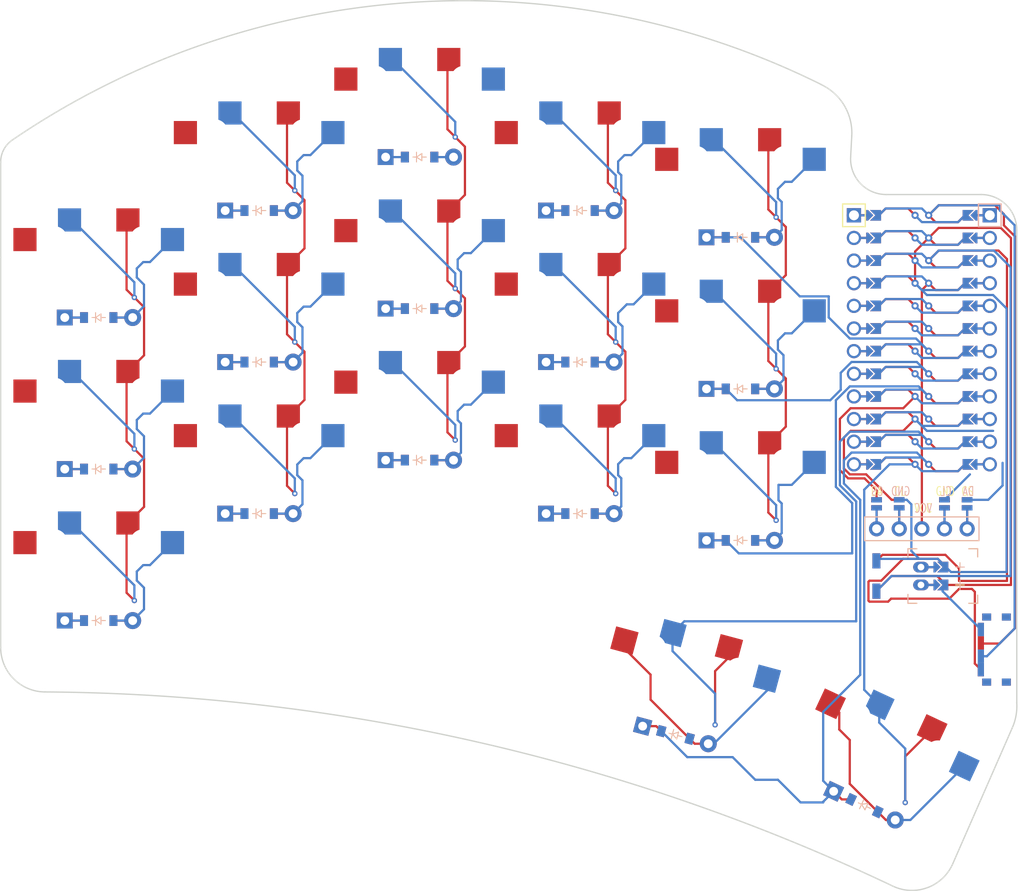
<source format=kicad_pcb>
(kicad_pcb (version 20211014) (generator pcbnew)
  (title_block (title "3x5_2") (rev "v1.0.0") (company "Unknown"))
  (layers (0 "F.Cu" signal) (31 "B.Cu" signal) (34 "B.Paste" user) (35 "F.Paste" user) (36 "B.SilkS" user "B.Silkscreen") (37 "F.SilkS" user "F.Silkscreen") (38 "B.Mask" user) (39 "F.Mask" user) (44 "Edge.Cuts" user))
  (net 0 "")
  (net 1 "P21")
  (net 2 "pinky_bot")
  (net 3 "pinky_mid")
  (net 4 "pinky_top")
  (net 5 "P2")
  (net 6 "ring_bot")
  (net 7 "ring_mid")
  (net 8 "ring_top")
  (net 9 "P3")
  (net 10 "middle_bot")
  (net 11 "middle_mid")
  (net 12 "middle_top")
  (net 13 "P4")
  (net 14 "index_bot")
  (net 15 "index_mid")
  (net 16 "index_top")
  (net 17 "P5")
  (net 18 "inner_bot")
  (net 19 "inner_mid")
  (net 20 "inner_top")
  (net 21 "P16")
  (net 22 "out_home")
  (net 23 "P9")
  (net 24 "in_home")
  (net 25 "P15")
  (net 26 "P18")
  (net 27 "P19")
  (net 28 "P10")
  (net 29 "RAW")
  (net 30 "GND")
  (net 31 "RST")
  (net 32 "VCC")
  (net 33 "P20")
  (net 34 "P14")
  (net 35 "P1")
  (net 36 "P0")
  (net 37 "P6")
  (net 38 "P7")
  (net 39 "P8")
  (net 40 "CS")
  (net 41 "DISP1_1")
  (net 42 "DISP1_2")
  (net 43 "DISP1_4")
  (net 44 "DISP1_5")
  (net 45 "pos")
  (net 46 "JST1_1")
  (net 47 "JST1_2")
  (footprint "VIA-0.6mm" (layer "F.Cu") (at 40 -32.25)
    (fp_text reference "REF**" hide)
    (fp_text value "VIA-0.6mm" hide)
  )
  (footprint "ComboDiode" (layer "F.Cu") (at 0 5)
    (fp_text reference "D1" hide)
    (fp_text value "" hide)
  )
  (footprint "ComboDiode" (layer "F.Cu") (at 85.90723 25.761238 -25)
    (fp_text reference "D17" hide)
    (fp_text value "" hide)
  )
  (footprint "ComboDiode" (layer "F.Cu") (at 36 -13)
    (fp_text reference "D7" hide)
    (fp_text value "" hide)
  )
  (footprint "PG1350" (layer "F.Cu") (at 0 -17)
    (fp_text reference "S2" hide)
    (fp_text value "" hide)
  )
  (footprint "PG1350" (layer "F.Cu") (at 54 -29)
    (fp_text reference "S11" hide)
    (fp_text value "" hide)
  )
  (footprint "Button_Switch_SMD:SW_SPDT_PCM12" (layer "F.Cu") (at 100.4 8.25 90)
    (fp_text reference "")
    (fp_text value "")
  )
  (footprint "PG1350" (layer "F.Cu") (at 66 13 -15)
    (fp_text reference "S16" hide)
    (fp_text value "" hide)
  )
  (footprint "JST_PH_S2B-PH-K" (layer "F.Cu") (at 92.25 0 90)
    (fp_text reference "JST1" hide)
    (fp_text value "")
  )
  (footprint "nice!view" (layer "F.Cu") (at 92.35 -22)
    (fp_text reference "DISP1" hide)
    (fp_text value "")
  )
  (footprint "ComboDiode" (layer "F.Cu") (at 72 -38)
    (fp_text reference "D15" hide)
    (fp_text value "" hide)
  )
  (footprint "PG1350" (layer "F.Cu") (at 72 -9)
    (fp_text reference "S13" hide)
    (fp_text value "" hide)
  )
  (footprint "ComboDiode" (layer "F.Cu") (at 18 -41)
    (fp_text reference "D6" hide)
    (fp_text value "" hide)
  )
  (footprint "PG1350" (layer "F.Cu") (at 18 -46)
    (fp_text reference "S6" hide)
    (fp_text value "" hide)
  )
  (footprint "ComboDiode" (layer "F.Cu") (at 0 -12)
    (fp_text reference "D2" hide)
    (fp_text value "" hide)
  )
  (footprint "PG1350" (layer "F.Cu") (at 36 -35)
    (fp_text reference "S8" hide)
    (fp_text value "" hide)
  )
  (footprint "VIA-0.6mm" (layer "F.Cu") (at 58 -26.25)
    (fp_text reference "REF**" hide)
    (fp_text value "VIA-0.6mm" hide)
  )
  (footprint "VIA-0.6mm" (layer "F.Cu") (at 4 -31.25)
    (fp_text reference "REF**" hide)
    (fp_text value "VIA-0.6mm" hide)
  )
  (footprint "VIA-0.6mm" (layer "F.Cu") (at 76 -23.25)
    (fp_text reference "REF**" hide)
    (fp_text value "VIA-0.6mm" hide)
  )
  (footprint "PG1350" (layer "F.Cu") (at 0 -34)
    (fp_text reference "S3" hide)
    (fp_text value "" hide)
  )
  (footprint "PG1350" (layer "F.Cu") (at 18 -12)
    (fp_text reference "S4" hide)
    (fp_text value "" hide)
  )
  (footprint "PG1350" (layer "F.Cu") (at 54 -12)
    (fp_text reference "S10" hide)
    (fp_text value "" hide)
  )
  (footprint "PG1350" (layer "F.Cu") (at 36 -18)
    (fp_text reference "S7" hide)
    (fp_text value "" hide)
  )
  (footprint "ComboDiode" (layer "F.Cu") (at 64.705905 17.829629 -15)
    (fp_text reference "D16" hide)
    (fp_text value "" hide)
  )
  (footprint "VIA-0.6mm" (layer "F.Cu") (at 58 -9.25)
    (fp_text reference "REF**" hide)
    (fp_text value "VIA-0.6mm" hide)
  )
  (footprint "PG1350" (layer "F.Cu") (at 18 -29)
    (fp_text reference "S5" hide)
    (fp_text value "" hide)
  )
  (footprint "VIA-0.6mm" (layer "F.Cu") (at 40 -49.25)
    (fp_text reference "REF**" hide)
    (fp_text value "VIA-0.6mm" hide)
  )
  (footprint "PG1350" (layer "F.Cu") (at 0 0)
    (fp_text reference "S1" hide)
    (fp_text value "" hide)
  )
  (footprint "ComboDiode" (layer "F.Cu") (at 72 -21)
    (fp_text reference "D14" hide)
    (fp_text value "" hide)
  )
  (footprint "ProMicro" (layer "F.Cu") (at 92.35 -26.5 -90)
    (fp_text reference "MCU1" hide)
    (fp_text value "")
  )
  (footprint "VIA-0.6mm" (layer "F.Cu") (at 76 -6.25)
    (fp_text reference "REF**" hide)
    (fp_text value "VIA-0.6mm" hide)
  )
  (footprint "ComboDiode" (layer "F.Cu") (at 18 -7)
    (fp_text reference "D4" hide)
    (fp_text value "" hide)
  )
  (footprint "VIA-0.6mm" (layer "F.Cu") (at 4 -14.25)
    (fp_text reference "REF**" hide)
    (fp_text value "VIA-0.6mm" hide)
  )
  (footprint "ComboDiode" (layer "F.Cu") (at 36 -30)
    (fp_text reference "D8" hide)
    (fp_text value "" hide)
  )
  (footprint "ComboDiode" (layer "F.Cu") (at 18 -24)
    (fp_text reference "D5" hide)
    (fp_text value "" hide)
  )
  (footprint "PG1350" (layer "F.Cu") (at 72 -43)
    (fp_text reference "S15" hide)
    (fp_text value "" hide)
  )
  (footprint "ComboDiode" (layer "F.Cu") (at 0 -29)
    (fp_text reference "D3" hide)
    (fp_text value "" hide)
  )
  (footprint "VIA-0.6mm" (layer "F.Cu") (at 58 -43.25)
    (fp_text reference "REF**" hide)
    (fp_text value "VIA-0.6mm" hide)
  )
  (footprint "PG1350" (layer "F.Cu") (at 72 -26)
    (fp_text reference "S14" hide)
    (fp_text value "" hide)
  )
  (footprint "ComboDiode" (layer "F.Cu") (at 54 -24)
    (fp_text reference "D11" hide)
    (fp_text value "" hide)
  )
  (footprint "VIA-0.6mm" (layer "F.Cu") (at 69.151951 16.691572 -15)
    (fp_text reference "REF**" hide)
    (fp_text value "VIA-0.6mm" hide)
  )
  (footprint "ComboDiode" (layer "F.Cu") (at 54 -41)
    (fp_text reference "D12" hide)
    (fp_text value "" hide)
  )
  (footprint "Button_Switch_SMD:SW_SPST_B3U-1000P" (layer "F.Cu") (at 87.25 0 90)
    (fp_text reference "")
    (fp_text value "")
  )
  (footprint "PG1350" (layer "F.Cu") (at 54 -46)
    (fp_text reference "S12" hide)
    (fp_text value "" hide)
  )
  (footprint "VIA-0.6mm" (layer "F.Cu") (at 40 -15.25)
    (fp_text reference "REF**" hide)
    (fp_text value "VIA-0.6mm" hide)
  )
  (footprint "VIA-0.6mm" (layer "F.Cu") (at 22 -9.25)
    (fp_text reference "REF**" hide)
    (fp_text value "VIA-0.6mm" hide)
  )
  (footprint "PG1350" (layer "F.Cu") (at 36 -52)
    (fp_text reference "S9" hide)
    (fp_text value "" hide)
  )
  (footprint "VIA-0.6mm" (layer "F.Cu") (at 4 2.75)
    (fp_text reference "REF**" hide)
    (fp_text value "VIA-0.6mm" hide)
  )
  (footprint "VIA-0.6mm" (layer "F.Cu") (at 22 -43.25)
    (fp_text reference "REF**" hide)
    (fp_text value "VIA-0.6mm" hide)
  )
  (footprint "ComboDiode" (layer "F.Cu") (at 36 -47)
    (fp_text reference "D9" hide)
    (fp_text value "" hide)
  )
  (footprint "VIA-0.6mm" (layer "F.Cu") (at 76 -40.25)
    (fp_text reference "REF**" hide)
    (fp_text value "VIA-0.6mm" hide)
  )
  (footprint "ComboDiode" (layer "F.Cu") (at 54 -7)
    (fp_text reference "D10" hide)
    (fp_text value "" hide)
  )
  (footprint "VIA-0.6mm" (layer "F.Cu") (at 22 -26.25)
    (fp_text reference "REF**" hide)
    (fp_text value "VIA-0.6mm" hide)
  )
  (footprint "ComboDiode" (layer "F.Cu") (at 72 -4)
    (fp_text reference "D13" hide)
    (fp_text value "" hide)
  )
  (footprint "PG1350" (layer "F.Cu") (at 88.020322 21.229699 -25)
    (fp_text reference "S17" hide)
    (fp_text value "" hide)
  )
  (footprint "VIA-0.6mm" (layer "F.Cu") (at 90.483352 25.412518 -25)
    (fp_text reference "REF**" hide)
    (fp_text value "VIA-0.6mm" hide)
  )
  (gr_line (start 102.994991 14.2) (end 103 14.2) (layer "Edge.Cuts") (width 0.15))
  (gr_arc (start 88.35366 -42.8) (mid 85.45005 -44.04881) (end 84.359468 -47.015476) (layer "Edge.Cuts") (width 0.15))
  (gr_arc (start 99 -42.8) (mid 101.828427 -41.628427) (end 103 -38.8) (layer "Edge.Cuts") (width 0.15))
  (gr_arc (start 81 -55.160295) (mid 83.632356 -52.809022) (end 84.487274 -49.384567) (layer "Edge.Cuts") (width 0.15))
  (gr_arc (start -6.032608 13.004785) (mid 42.725452 18.677397) (end 89.093001 34.788799) (layer "Edge.Cuts") (width 0.15))
  (gr_line (start 88.35366 -42.8) (end 99 -42.8) (layer "Edge.Cuts") (width 0.15))
  (gr_arc (start -11 -46.438803) (mid -10.65226 -47.840772) (end -9.689655 -48.917727) (layer "Edge.Cuts") (width 0.15))
  (gr_arc (start -9.689655 -48.917727) (mid 34.807426 -64.336703) (end 81 -55.172577) (layer "Edge.Cuts") (width 0.15))
  (gr_arc (start 102.994991 14.2) (mid 102.919111 15.633643) (end 102.504833 17.00822) (layer "Edge.Cuts") (width 0.15))
  (gr_line (start 102.504833 17.00822) (end 95.819813 32.278197) (layer "Edge.Cuts") (width 0.15))
  (gr_arc (start -6.032609 13.004785) (mid -9.547044 11.528877) (end -11 8.004891) (layer "Edge.Cuts") (width 0.15))
  (gr_arc (start 95.819814 32.278197) (mid 92.98783 34.957371) (end 89.093001 34.788799) (layer "Edge.Cuts") (width 0.15))
  (gr_line (start 81 -55.160294) (end 81 -55.172578) (layer "Edge.Cuts") (width 0.15))
  (gr_line (start 84.487274 -49.384567) (end 84.359468 -47.015476) (layer "Edge.Cuts") (width 0.15))
  (gr_line (start -11 -35.75) (end -11 -46.438803) (layer "Edge.Cuts") (width 0.15))
  (gr_line (start -11 8.004891) (end -11 -35.75) (layer "Edge.Cuts") (width 0.15))
  (gr_line (start 103 14.2) (end 103 -38.8) (layer "Edge.Cuts") (width 0.15))
  (segment (start 5.0875 -13.1625) (end 5.0875 -7.7625) (width 0.25) (layer "F.Cu") (net 1))
  (segment (start 4 -14.25) (end 5.0875 -13.1625) (width 0.25) (layer "F.Cu") (net 1))
  (segment (start 3.124999 -15.125001) (end 3.124999 -22.799999) (width 0.25) (layer "F.Cu") (net 1))
  (segment (start 5.0875 -7.7625) (end 3.275 -5.95) (width 0.25) (layer "F.Cu") (net 1))
  (segment (start 4 -14.25) (end 3.124999 -15.125001) (width 0.25) (layer "F.Cu") (net 1))
  (segment (start 5.0875 -30.1625) (end 5.0875 -24.7625) (width 0.25) (layer "F.Cu") (net 1))
  (segment (start 3.124999 1.874999) (end 3.124999 -5.799999) (width 0.25) (layer "F.Cu") (net 1))
  (segment (start 5.0875 -24.7625) (end 3.275 -22.95) (width 0.25) (layer "F.Cu") (net 1))
  (segment (start 3.124999 -22.799999) (end 3.275 -22.95) (width 0.25) (layer "F.Cu") (net 1))
  (segment (start 4 -31.25) (end 5.0875 -30.1625) (width 0.25) (layer "F.Cu") (net 1))
  (segment (start 3.124999 -32.125001) (end 3.124999 -39.799999) (width 0.25) (layer "F.Cu") (net 1))
  (segment (start 3.124999 -39.799999) (end 3.275 -39.95) (width 0.25) (layer "F.Cu") (net 1))
  (segment (start 3.124999 -5.799999) (end 3.275 -5.95) (width 0.25) (layer "F.Cu") (net 1))
  (segment (start 4 2.75) (end 3.124999 1.874999) (width 0.25) (layer "F.Cu") (net 1))
  (segment (start 4 -31.25) (end 3.124999 -32.125001) (width 0.25) (layer "F.Cu") (net 1))
  (segment (start -2.994999 -39.95) (end 4 -32.955001) (width 0.25) (layer "B.Cu") (net 1))
  (segment (start -2.994999 -22.95) (end 4 -15.955001) (width 0.25) (layer "B.Cu") (net 1))
  (segment (start 4 -15.955001) (end 4 -14.25) (width 0.25) (layer "B.Cu") (net 1))
  (segment (start -3.275 -39.95) (end -2.994999 -39.95) (width 0.25) (layer "B.Cu") (net 1))
  (segment (start 4 -32.955001) (end 4 -31.25) (width 0.25) (layer "B.Cu") (net 1))
  (segment (start -3.275 -5.95) (end -2.994999 -5.95) (width 0.25) (layer "B.Cu") (net 1))
  (segment (start -3.275 -22.95) (end -2.994999 -22.95) (width 0.25) (layer "B.Cu") (net 1))
  (segment (start 4 1.044999) (end 4 2.75) (width 0.25) (layer "B.Cu") (net 1))
  (segment (start -2.994999 -5.95) (end 4 1.044999) (width 0.25) (layer "B.Cu") (net 1))
  (segment (start 1.65 5) (end 3.81 5) (width 0.25) (layer "F.Cu") (net 2))
  (segment (start 5.08 1.313686) (end 5.08 3.73) (width 0.25) (layer "B.Cu") (net 2))
  (segment (start 5.08 3.73) (end 3.81 5) (width 0.25) (layer "B.Cu") (net 2))
  (segment (start 4.992215 -1.225901) (end 4.274099 -0.507785) (width 0.25) (layer "B.Cu") (net 2))
  (segment (start 8.275 -3.75) (end 5.750901 -1.225901) (width 0.25) (layer "B.Cu") (net 2))
  (segment (start 5.750901 -1.225901) (end 4.992215 -1.225901) (width 0.25) (layer "B.Cu") (net 2))
  (segment (start 3.81 5) (end 1.65 5) (width 0.25) (layer "B.Cu") (net 2))
  (segment (start 4.274099 -0.507785) (end 4.274099 0.507785) (width 0.25) (layer "B.Cu") (net 2))
  (segment (start 4.274099 0.507785) (end 5.08 1.313686) (width 0.25) (layer "B.Cu") (net 2))
  (segment (start 1.65 -12) (end 3.81 -12) (width 0.25) (layer "F.Cu") (net 3))
  (segment (start 5.08 -15.686314) (end 5.08 -13.27) (width 0.25) (layer "B.Cu") (net 3))
  (segment (start 3.81 -12) (end 1.65 -12) (width 0.25) (layer "B.Cu") (net 3))
  (segment (start 5.08 -13.27) (end 3.81 -12) (width 0.25) (layer "B.Cu") (net 3))
  (segment (start 5.750901 -18.225901) (end 4.992215 -18.225901) (width 0.25) (layer "B.Cu") (net 3))
  (segment (start 8.275 -20.75) (end 5.750901 -18.225901) (width 0.25) (layer "B.Cu") (net 3))
  (segment (start 4.274099 -17.507785) (end 4.274099 -16.492215) (width 0.25) (layer "B.Cu") (net 3))
  (segment (start 4.274099 -16.492215) (end 5.08 -15.686314) (width 0.25) (layer "B.Cu") (net 3))
  (segment (start 4.992215 -18.225901) (end 4.274099 -17.507785) (width 0.25) (layer "B.Cu") (net 3))
  (segment (start 1.65 -29) (end 3.81 -29) (width 0.25) (layer "F.Cu") (net 4))
  (segment (start 5.08 -32.686314) (end 5.08 -30.27) (width 0.25) (layer "B.Cu") (net 4))
  (segment (start 8.275 -37.75) (end 5.750901 -35.225901) (width 0.25) (layer "B.Cu") (net 4))
  (segment (start 4.274099 -34.507785) (end 4.274099 -33.492215) (width 0.25) (layer "B.Cu") (net 4))
  (segment (start 5.750901 -35.225901) (end 4.992215 -35.225901) (width 0.25) (layer "B.Cu") (net 4))
  (segment (start 4.274099 -33.492215) (end 5.08 -32.686314) (width 0.25) (layer "B.Cu") (net 4))
  (segment (start 5.08 -30.27) (end 3.81 -29) (width 0.25) (layer "B.Cu") (net 4))
  (segment (start 3.81 -29) (end 1.65 -29) (width 0.25) (layer "B.Cu") (net 4))
  (segment (start 4.992215 -35.225901) (end 4.274099 -34.507785) (width 0.25) (layer "B.Cu") (net 4))
  (segment (start 22 -43.25) (end 21.124999 -44.125001) (width 0.25) (layer "F.Cu") (net 5))
  (segment (start 22 -9.25) (end 21.124999 -10.125001) (width 0.25) (layer "F.Cu") (net 5))
  (segment (start 22 -26.25) (end 23.0875 -25.1625) (width 0.25) (layer "F.Cu") (net 5))
  (segment (start 21.124999 -27.125001) (end 21.124999 -34.799999) (width 0.25) (layer "F.Cu") (net 5))
  (segment (start 23.0875 -25.1625) (end 23.0875 -19.7625) (width 0.25) (layer "F.Cu") (net 5))
  (segment (start 22 -43.25) (end 23.0875 -42.1625) (width 0.25) (layer "F.Cu") (net 5))
  (segment (start 21.124999 -51.799999) (end 21.275 -51.95) (width 0.25) (layer "F.Cu") (net 5))
  (segment (start 21.124999 -44.125001) (end 21.124999 -51.799999) (width 0.25) (layer "F.Cu") (net 5))
  (segment (start 23.0875 -19.7625) (end 21.275 -17.95) (width 0.25) (layer "F.Cu") (net 5))
  (segment (start 21.124999 -17.799999) (end 21.275 -17.95) (width 0.25) (layer "F.Cu") (net 5))
  (segment (start 21.124999 -10.125001) (end 21.124999 -17.799999) (width 0.25) (layer "F.Cu") (net 5))
  (segment (start 22 -26.25) (end 21.124999 -27.125001) (width 0.25) (layer "F.Cu") (net 5))
  (segment (start 23.0875 -36.7625) (end 21.275 -34.95) (width 0.25) (layer "F.Cu") (net 5))
  (segment (start 23.0875 -42.1625) (end 23.0875 -36.7625) (width 0.25) (layer "F.Cu") (net 5))
  (segment (start 21.124999 -34.799999) (end 21.275 -34.95) (width 0.25) (layer "F.Cu") (net 5))
  (segment (start 15.005001 -17.95) (end 22 -10.955001) (width 0.25) (layer "B.Cu") (net 5))
  (segment (start 22 -10.955001) (end 22 -9.25) (width 0.25) (layer "B.Cu") (net 5))
  (segment (start 14.725 -51.95) (end 15.005001 -51.95) (width 0.25) (layer "B.Cu") (net 5))
  (segment (start 22 -27.955001) (end 22 -26.25) (width 0.25) (layer "B.Cu") (net 5))
  (segment (start 15.005001 -51.95) (end 22 -44.955001) (width 0.25) (layer "B.Cu") (net 5))
  (segment (start 15.005001 -34.95) (end 22 -27.955001) (width 0.25) (layer "B.Cu") (net 5))
  (segment (start 22 -44.955001) (end 22 -43.25) (width 0.25) (layer "B.Cu") (net 5))
  (segment (start 14.725 -17.95) (end 15.005001 -17.95) (width 0.25) (layer "B.Cu") (net 5))
  (segment (start 14.725 -34.95) (end 15.005001 -34.95) (width 0.25) (layer "B.Cu") (net 5))
  (segment (start 19.65 -7) (end 21.81 -7) (width 0.25) (layer "F.Cu") (net 6))
  (segment (start 23.750901 -13.225901) (end 22.992215 -13.225901) (width 0.25) (layer "B.Cu") (net 6))
  (segment (start 26.275 -15.75) (end 23.750901 -13.225901) (width 0.25) (layer "B.Cu") (net 6))
  (segment (start 22.992215 -13.225901) (end 22.274099 -12.507785) (width 0.25) (layer "B.Cu") (net 6))
  (segment (start 22.274099 -12.507785) (end 22.274099 -11.317298) (width 0.25) (layer "B.Cu") (net 6))
  (segment (start 22.86 -8.05) (end 21.81 -7) (width 0.25) (layer "B.Cu") (net 6))
  (segment (start 22.86 -10.731397) (end 22.86 -8.05) (width 0.25) (layer "B.Cu") (net 6))
  (segment (start 21.81 -7) (end 19.65 -7) (width 0.25) (layer "B.Cu") (net 6))
  (segment (start 22.274099 -11.317298) (end 22.86 -10.731397) (width 0.25) (layer "B.Cu") (net 6))
  (segment (start 19.65 -24) (end 21.81 -24) (width 0.25) (layer "F.Cu") (net 7))
  (segment (start 26.275 -32.75) (end 23.750901 -30.225901) (width 0.25) (layer "B.Cu") (net 7))
  (segment (start 21.81 -24) (end 19.65 -24) (width 0.25) (layer "B.Cu") (net 7))
  (segment (start 22.992215 -30.225901) (end 22.274099 -29.507785) (width 0.25) (layer "B.Cu") (net 7))
  (segment (start 22.274099 -29.507785) (end 22.274099 -28.492215) (width 0.25) (layer "B.Cu") (net 7))
  (segment (start 22.86 -25.05) (end 21.81 -24) (width 0.25) (layer "B.Cu") (net 7))
  (segment (start 22.274099 -28.492215) (end 22.86 -27.906314) (width 0.25) (layer "B.Cu") (net 7))
  (segment (start 22.86 -27.906314) (end 22.86 -25.05) (width 0.25) (layer "B.Cu") (net 7))
  (segment (start 23.750901 -30.225901) (end 22.992215 -30.225901) (width 0.25) (layer "B.Cu") (net 7))
  (segment (start 19.65 -41) (end 21.81 -41) (width 0.25) (layer "F.Cu") (net 8))
  (segment (start 22.86 -42.05) (end 21.81 -41) (width 0.25) (layer "B.Cu") (net 8))
  (segment (start 23.750901 -47.225901) (end 22.992215 -47.225901) (width 0.25) (layer "B.Cu") (net 8))
  (segment (start 22.86 -44.906314) (end 22.86 -42.05) (width 0.25) (layer "B.Cu") (net 8))
  (segment (start 22.274099 -45.492215) (end 22.86 -44.906314) (width 0.25) (layer "B.Cu") (net 8))
  (segment (start 22.992215 -47.225901) (end 22.274099 -46.507785) (width 0.25) (layer "B.Cu") (net 8))
  (segment (start 21.81 -41) (end 19.65 -41) (width 0.25) (layer "B.Cu") (net 8))
  (segment (start 22.274099 -46.507785) (end 22.274099 -45.492215) (width 0.25) (layer "B.Cu") (net 8))
  (segment (start 26.275 -49.75) (end 23.750901 -47.225901) (width 0.25) (layer "B.Cu") (net 8))
  (segment (start 39.124999 -23.799999) (end 39.275 -23.95) (width 0.25) (layer "F.Cu") (net 9))
  (segment (start 41.0875 -25.7625) (end 39.275 -23.95) (width 0.25) (layer "F.Cu") (net 9))
  (segment (start 39.124999 -33.125001) (end 39.124999 -40.799999) (width 0.25) (layer "F.Cu") (net 9))
  (segment (start 41.0875 -31.1625) (end 41.0875 -25.7625) (width 0.25) (layer "F.Cu") (net 9))
  (segment (start 40 -49.25) (end 39.124999 -50.125001) (width 0.25) (layer "F.Cu") (net 9))
  (segment (start 39.124999 -50.125001) (end 39.124999 -57.799999) (width 0.25) (layer "F.Cu") (net 9))
  (segment (start 41.0875 -42.7625) (end 39.275 -40.95) (width 0.25) (layer "F.Cu") (net 9))
  (segment (start 39.124999 -40.799999) (end 39.275 -40.95) (width 0.25) (layer "F.Cu") (net 9))
  (segment (start 40 -32.25) (end 41.0875 -31.1625) (width 0.25) (layer "F.Cu") (net 9))
  (segment (start 39.124999 -16.125001) (end 39.124999 -23.799999) (width 0.25) (layer "F.Cu") (net 9))
  (segment (start 40 -15.25) (end 39.124999 -16.125001) (width 0.25) (layer "F.Cu") (net 9))
  (segment (start 39.124999 -57.799999) (end 39.275 -57.95) (width 0.25) (layer "F.Cu") (net 9))
  (segment (start 41.0875 -48.1625) (end 41.0875 -42.7625) (width 0.25) (layer "F.Cu") (net 9))
  (segment (start 40 -49.25) (end 41.0875 -48.1625) (width 0.25) (layer "F.Cu") (net 9))
  (segment (start 40 -32.25) (end 39.124999 -33.125001) (width 0.25) (layer "F.Cu") (net 9))
  (segment (start 33.005001 -57.95) (end 40 -50.955001) (width 0.25) (layer "B.Cu") (net 9))
  (segment (start 33.005001 -40.95) (end 40 -33.955001) (width 0.25) (layer "B.Cu") (net 9))
  (segment (start 32.725 -57.95) (end 33.005001 -57.95) (width 0.25) (layer "B.Cu") (net 9))
  (segment (start 40 -16.955001) (end 40 -15.25) (width 0.25) (layer "B.Cu") (net 9))
  (segment (start 32.725 -40.95) (end 33.005001 -40.95) (width 0.25) (layer "B.Cu") (net 9))
  (segment (start 33.005001 -23.95) (end 40 -16.955001) (width 0.25) (layer "B.Cu") (net 9))
  (segment (start 40 -50.955001) (end 40 -49.25) (width 0.25) (layer "B.Cu") (net 9))
  (segment (start 32.725 -23.95) (end 33.005001 -23.95) (width 0.25) (layer "B.Cu") (net 9))
  (segment (start 40 -33.955001) (end 40 -32.25) (width 0.25) (layer "B.Cu") (net 9))
  (segment (start 37.65 -13) (end 39.81 -13) (width 0.25) (layer "F.Cu") (net 10))
  (segment (start 40.274099 -17.492215) (end 40.64 -17.126314) (width 0.25) (layer "B.Cu") (net 10))
  (segment (start 40.992215 -19.225901) (end 40.274099 -18.507785) (width 0.25) (layer "B.Cu") (net 10))
  (segment (start 39.81 -13) (end 37.65 -13) (width 0.25) (layer "B.Cu") (net 10))
  (segment (start 44.275 -21.75) (end 41.750901 -19.225901) (width 0.25) (layer "B.Cu") (net 10))
  (segment (start 40.64 -13.83) (end 39.81 -13) (width 0.25) (layer "B.Cu") (net 10))
  (segment (start 41.750901 -19.225901) (end 40.992215 -19.225901) (width 0.25) (layer "B.Cu") (net 10))
  (segment (start 40.274099 -18.507785) (end 40.274099 -17.492215) (width 0.25) (layer "B.Cu") (net 10))
  (segment (start 40.64 -17.126314) (end 40.64 -13.83) (width 0.25) (layer "B.Cu") (net 10))
  (segment (start 37.65 -30) (end 39.81 -30) (width 0.25) (layer "F.Cu") (net 11))
  (segment (start 40.992215 -36.225901) (end 40.274099 -35.507785) (width 0.25) (layer "B.Cu") (net 11))
  (segment (start 40.274099 -34.492215) (end 40.64 -34.126314) (width 0.25) (layer "B.Cu") (net 11))
  (segment (start 40.64 -30.83) (end 39.81 -30) (width 0.25) (layer "B.Cu") (net 11))
  (segment (start 44.275 -38.75) (end 41.750901 -36.225901) (width 0.25) (layer "B.Cu") (net 11))
  (segment (start 41.750901 -36.225901) (end 40.992215 -36.225901) (width 0.25) (layer "B.Cu") (net 11))
  (segment (start 40.64 -34.126314) (end 40.64 -30.83) (width 0.25) (layer "B.Cu") (net 11))
  (segment (start 40.274099 -35.507785) (end 40.274099 -34.492215) (width 0.25) (layer "B.Cu") (net 11))
  (segment (start 39.81 -30) (end 37.65 -30) (width 0.25) (layer "B.Cu") (net 11))
  (segment (start 39.81 -47) (end 37.65 -47) (width 0.25) (layer "B.Cu") (net 12))
  (segment (start 59.0875 -36.7625) (end 57.275 -34.95) (width 0.25) (layer "F.Cu") (net 13))
  (segment (start 59.0875 -42.1625) (end 59.0875 -36.7625) (width 0.25) (layer "F.Cu") (net 13))
  (segment (start 58 -26.25) (end 57.124999 -27.125001) (width 0.25) (layer "F.Cu") (net 13))
  (segment (start 59.0875 -19.7625) (end 57.275 -17.95) (width 0.25) (layer "F.Cu") (net 13))
  (segment (start 57.124999 -44.125001) (end 57.124999 -51.799999) (width 0.25) (layer "F.Cu") (net 13))
  (segment (start 58 -9.25) (end 57.124999 -10.125001) (width 0.25) (layer "F.Cu") (net 13))
  (segment (start 57.124999 -34.799999) (end 57.275 -34.95) (width 0.25) (layer "F.Cu") (net 13))
  (segment (start 57.124999 -10.125001) (end 57.124999 -17.799999) (width 0.25) (layer "F.Cu") (net 13))
  (segment (start 58 -26.25) (end 59.0875 -25.1625) (width 0.25) (layer "F.Cu") (net 13))
  (segment (start 57.124999 -17.799999) (end 57.275 -17.95) (width 0.25) (layer "F.Cu") (net 13))
  (segment (start 57.124999 -51.799999) (end 57.275 -51.95) (width 0.25) (layer "F.Cu") (net 13))
  (segment (start 58 -43.25) (end 57.124999 -44.125001) (width 0.25) (layer "F.Cu") (net 13))
  (segment (start 57.124999 -27.125001) (end 57.124999 -34.799999) (width 0.25) (layer "F.Cu") (net 13))
  (segment (start 58 -43.25) (end 59.0875 -42.1625) (width 0.25) (layer "F.Cu") (net 13))
  (segment (start 59.0875 -25.1625) (end 59.0875 -19.7625) (width 0.25) (layer "F.Cu") (net 13))
  (segment (start 51.005001 -34.95) (end 58 -27.955001) (width 0.25) (layer "B.Cu") (net 13))
  (segment (start 51.005001 -17.95) (end 58 -10.955001) (width 0.25) (layer "B.Cu") (net 13))
  (segment (start 51.005001 -51.95) (end 58 -44.955001) (width 0.25) (layer "B.Cu") (net 13))
  (segment (start 58 -27.955001) (end 58 -26.25) (width 0.25) (layer "B.Cu") (net 13))
  (segment (start 50.725 -34.95) (end 51.005001 -34.95) (width 0.25) (layer "B.Cu") (net 13))
  (segment (start 50.725 -51.95) (end 51.005001 -51.95) (width 0.25) (layer "B.Cu") (net 13))
  (segment (start 50.725 -17.95) (end 51.005001 -17.95) (width 0.25) (layer "B.Cu") (net 13))
  (segment (start 58 -44.955001) (end 58 -43.25) (width 0.25) (layer "B.Cu") (net 13))
  (segment (start 58 -10.955001) (end 58 -9.25) (width 0.25) (layer "B.Cu") (net 13))
  (segment (start 55.65 -7) (end 57.81 -7) (width 0.25) (layer "F.Cu") (net 14))
  (segment (start 59.750901 -13.225901) (end 58.945901 -13.225901) (width 0.25) (layer "B.Cu") (net 14))
  (segment (start 58.945901 -13.225901) (end 58.274099 -12.554099) (width 0.25) (layer "B.Cu") (net 14))
  (segment (start 58.625 -10.966397) (end 58.625 -7.815) (width 0.25) (layer "B.Cu") (net 14))
  (segment (start 62.275 -15.75) (end 59.750901 -13.225901) (width 0.25) (layer "B.Cu") (net 14))
  (segment (start 58.274099 -12.554099) (end 58.274099 -11.317298) (width 0.25) (layer "B.Cu") (net 14))
  (segment (start 58.274099 -11.317298) (end 58.625 -10.966397) (width 0.25) (layer "B.Cu") (net 14))
  (segment (start 57.81 -7) (end 55.65 -7) (width 0.25) (layer "B.Cu") (net 14))
  (segment (start 58.625 -7.815) (end 57.81 -7) (width 0.25) (layer "B.Cu") (net 14))
  (segment (start 58.274099 -29.507785) (end 59.246314 -30.48) (width 0.25) (layer "B.Cu") (net 15))
  (segment (start 58.7625 -24.9525) (end 58.7625 -28.003814) (width 0.25) (layer "B.Cu") (net 15))
  (segment (start 58.274099 -28.492215) (end 58.274099 -29.507785) (width 0.25) (layer "B.Cu") (net 15))
  (segment (start 60.005 -30.48) (end 62.275 -32.75) (width 0.25) (layer "B.Cu") (net 15))
  (segment (start 57.81 -24) (end 55.65 -24) (width 0.25) (layer "B.Cu") (net 15))
  (segment (start 58.7625 -28.003814) (end 58.274099 -28.492215) (width 0.25) (layer "B.Cu") (net 15))
  (segment (start 57.81 -24) (end 58.7625 -24.9525) (width 0.25) (layer "B.Cu") (net 15))
  (segment (start 59.246314 -30.48) (end 60.005 -30.48) (width 0.25) (layer "B.Cu") (net 15))
  (segment (start 55.65 -41) (end 57.81 -41) (width 0.25) (layer "F.Cu") (net 16))
  (segment (start 59.750901 -47.225901) (end 58.992215 -47.225901) (width 0.25) (layer "B.Cu") (net 16))
  (segment (start 58.625 -41.815) (end 57.81 -41) (width 0.25) (layer "B.Cu") (net 16))
  (segment (start 58.625 -44.966397) (end 58.625 -41.815) (width 0.25) (layer "B.Cu") (net 16))
  (segment (start 58.274099 -45.317298) (end 58.625 -44.966397) (width 0.25) (layer "B.Cu") (net 16))
  (segment (start 58.274099 -46.507785) (end 58.274099 -45.317298) (width 0.25) (layer "B.Cu") (net 16))
  (segment (start 58.992215 -47.225901) (end 58.274099 -46.507785) (width 0.25) (layer "B.Cu") (net 16))
  (segment (start 57.81 -41) (end 55.65 -41) (width 0.25) (layer "B.Cu") (net 16))
  (segment (start 62.275 -49.75) (end 59.750901 -47.225901) (width 0.25) (layer "B.Cu") (net 16))
  (segment (start 75.124999 -24.125001) (end 75.124999 -31.799999) (width 0.25) (layer "F.Cu") (net 17))
  (segment (start 77.0875 -33.7625) (end 75.275 -31.95) (width 0.25) (layer "F.Cu") (net 17))
  (segment (start 75.124999 -41.125001) (end 75.124999 -48.799999) (width 0.25) (layer "F.Cu") (net 17))
  (segment (start 75.124999 -14.799999) (end 75.275 -14.95) (width 0.25) (layer "F.Cu") (net 17))
  (segment (start 77.0875 -16.7625) (end 75.275 -14.95) (width 0.25) (layer "F.Cu") (net 17))
  (segment (start 76 -23.25) (end 75.124999 -24.125001) (width 0.25) (layer "F.Cu") (net 17))
  (segment (start 77.0875 -22.1625) (end 77.0875 -16.7625) (width 0.25) (layer "F.Cu") (net 17))
  (segment (start 76 -23.25) (end 77.0875 -22.1625) (width 0.25) (layer "F.Cu") (net 17))
  (segment (start 76 -40.25) (end 75.124999 -41.125001) (width 0.25) (layer "F.Cu") (net 17))
  (segment (start 76 -6.25) (end 75.124999 -7.125001) (width 0.25) (layer "F.Cu") (net 17))
  (segment (start 75.124999 -7.125001) (end 75.124999 -14.799999) (width 0.25) (layer "F.Cu") (net 17))
  (segment (start 77.0875 -39.1625) (end 77.0875 -33.7625) (width 0.25) (layer "F.Cu") (net 17))
  (segment (start 75.124999 -48.799999) (end 75.275 -48.95) (width 0.25) (layer "F.Cu") (net 17))
  (segment (start 75.124999 -31.799999) (end 75.275 -31.95) (width 0.25) (layer "F.Cu") (net 17))
  (segment (start 76 -40.25) (end 77.0875 -39.1625) (width 0.25) (layer "F.Cu") (net 17))
  (segment (start 76 -24.955001) (end 76 -23.25) (width 0.25) (layer "B.Cu") (net 17))
  (segment (start 69.005001 -31.95) (end 76 -24.955001) (width 0.25) (layer "B.Cu") (net 17))
  (segment (start 68.725 -31.95) (end 69.005001 -31.95) (width 0.25) (layer "B.Cu") (net 17))
  (segment (start 76 -7.955001) (end 76 -6.25) (width 0.25) (layer "B.Cu") (net 17))
  (segment (start 68.725 -48.95) (end 69.005001 -48.95) (width 0.25) (layer "B.Cu") (net 17))
  (segment (start 68.725 -14.95) (end 69.005001 -14.95) (width 0.25) (layer "B.Cu") (net 17))
  (segment (start 69.005001 -14.95) (end 76 -7.955001) (width 0.25) (layer "B.Cu") (net 17))
  (segment (start 69.005001 -48.95) (end 76 -41.955001) (width 0.25) (layer "B.Cu") (net 17))
  (segment (start 76 -41.955001) (end 76 -40.25) (width 0.25) (layer "B.Cu") (net 17))
  (segment (start 75.81 -4) (end 73.65 -4) (width 0.25) (layer "F.Cu") (net 18))
  (segment (start 75.81 -4) (end 73.65 -4) (width 0.25) (layer "B.Cu") (net 18))
  (segment (start 76.625 -4.815) (end 75.81 -4) (width 0.25) (layer "B.Cu") (net 18))
  (segment (start 77.750901 -10.225901) (end 76.265901 -10.225901) (width 0.25) (layer "B.Cu") (net 18))
  (segment (start 76.625 -8.141314) (end 76.625 -4.815) (width 0.25) (layer "B.Cu") (net 18))
  (segment (start 76.265901 -8.500413) (end 76.625 -8.141314) (width 0.25) (layer "B.Cu") (net 18))
  (segment (start 76.265901 -10.225901) (end 76.265901 -8.500413) (width 0.25) (layer "B.Cu") (net 18))
  (segment (start 80.275 -12.75) (end 77.750901 -10.225901) (width 0.25) (layer "B.Cu") (net 18))
  (segment (start 73.65 -21) (end 75.81 -21) (width 0.25) (layer "F.Cu") (net 19))
  (segment (start 76.2 -25.4) (end 76.825901 -24.774099) (width 0.25) (layer "B.Cu") (net 19))
  (segment (start 76.825901 -22.015901) (end 75.81 -21) (width 0.25) (layer "B.Cu") (net 19))
  (segment (start 77.750901 -27.225901) (end 76.992215 -27.225901) (width 0.25) (layer "B.Cu") (net 19))
  (segment (start 76.825901 -24.774099) (end 76.825901 -22.015901) (width 0.25) (layer "B.Cu") (net 19))
  (segment (start 80.275 -29.75) (end 77.750901 -27.225901) (width 0.25) (layer "B.Cu") (net 19))
  (segment (start 76.2 -26.433686) (end 76.2 -25.4) (width 0.25) (layer "B.Cu") (net 19))
  (segment (start 75.81 -21) (end 73.65 -21) (width 0.25) (layer "B.Cu") (net 19))
  (segment (start 76.992215 -27.225901) (end 76.2 -26.433686) (width 0.25) (layer "B.Cu") (net 19))
  (segment (start 73.65 -38) (end 75.81 -38) (width 0.25) (layer "F.Cu") (net 20))
  (segment (start 76.625 -41.966397) (end 76.625 -38.815) (width 0.25) (layer "B.Cu") (net 20))
  (segment (start 75.81 -38) (end 73.65 -38) (width 0.25) (layer "B.Cu") (net 20))
  (segment (start 77.750901 -44.225901) (end 76.992215 -44.225901) (width 0.25) (layer "B.Cu") (net 20))
  (segment (start 80.275 -46.75) (end 77.750901 -44.225901) (width 0.25) (layer "B.Cu") (net 20))
  (segment (start 76.2 -43.433686) (end 76.2 -42.391397) (width 0.25) (layer "B.Cu") (net 20))
  (segment (start 76.992215 -44.225901) (end 76.2 -43.433686) (width 0.25) (layer "B.Cu") (net 20))
  (segment (start 76.625 -38.815) (end 75.81 -38) (width 0.25) (layer "B.Cu") (net 20))
  (segment (start 76.2 -42.391397) (end 76.625 -41.966397) (width 0.25) (layer "B.Cu") (net 20))
  (segment (start 70.70338 9.117042) (end 69.151951 10.668471) (width 0.25) (layer "F.Cu") (net 21))
  (segment (start 70.70338 8.100374) (end 70.70338 9.117042) (width 0.25) (layer "F.Cu") (net 21))
  (segment (start 69.151951 10.668471) (end 69.151951 16.691572) (width 0.25) (layer "F.Cu") (net 21))
  (segment (start 84.264009 -16.195) (end 91.987 -16.195) (width 0.25) (layer "B.Cu") (net 21))
  (segment (start 64.376566 8.421565) (end 69.151951 13.19695) (width 0.25) (layer "B.Cu") (net 21))
  (segment (start 65.701675 5.08) (end 84.983 5.08) (width 0.25) (layer "B.Cu") (net 21))
  (segment (start 64.376566 6.405109) (end 65.701675 5.08) (width 0.25) (layer "B.Cu") (net 21))
  (segment (start 84.983 5.08) (end 84.983 -8.360604) (width 0.25) (layer "B.Cu") (net 21))
  (segment (start 64.376566 6.405109) (end 64.376566 8.421565) (width 0.25) (layer "B.Cu") (net 21))
  (segment (start 83.155 -10.188604) (end 83.155 -15.085991) (width 0.25) (layer "B.Cu") (net 21))
  (segment (start 83.155 -15.085991) (end 84.264009 -16.195) (width 0.25) (layer "B.Cu") (net 21))
  (segment (start 84.983 -8.360604) (end 83.155 -10.188604) (width 0.25) (layer "B.Cu") (net 21))
  (segment (start 91.987 -16.195) (end 93.112 -15.07) (width 0.25) (layer "B.Cu") (net 21))
  (segment (start 69.151951 13.19695) (end 69.151951 16.691572) (width 0.25) (layer "B.Cu") (net 21))
  (segment (start 66.858733 18.81573) (end 66.299683 18.25668) (width 0.25) (layer "F.Cu") (net 22))
  (segment (start 68.386082 18.81573) (end 66.858733 18.81573) (width 0.25) (layer "F.Cu") (net 22))
  (segment (start 61.913309 13.870306) (end 61.913309 11.06871) (width 0.25) (layer "F.Cu") (net 22))
  (segment (start 61.913309 11.06871) (end 58.977535 8.132936) (width 0.25) (layer "F.Cu") (net 22))
  (segment (start 58.977535 8.132936) (end 58.977535 7.236051) (width 0.25) (layer "F.Cu") (net 22))
  (segment (start 66.299683 18.25668) (end 61.913309 13.870306) (width 0.25) (layer "F.Cu") (net 22))
  (segment (start 74.963608 11.519506) (end 74.963608 12.865365) (width 0.25) (layer "B.Cu") (net 22))
  (segment (start 69.013243 18.81573) (end 68.386082 18.81573) (width 0.25) (layer "B.Cu") (net 22))
  (segment (start 74.963608 12.865365) (end 69.013243 18.81573) (width 0.25) (layer "B.Cu") (net 22))
  (segment (start 90.483352 20.240949) (end 93.503059 17.221242) (width 0.25) (layer "F.Cu") (net 23))
  (segment (start 90.483352 25.412518) (end 90.483352 20.240949) (width 0.25) (layer "F.Cu") (net 23))
  (segment (start 87.566743 14.453093) (end 87.566743 16.446743) (width 0.25) (layer "B.Cu") (net 23))
  (segment (start 88.73 -12.53) (end 91.588 -12.53) (width 0.25) (layer "B.Cu") (net 23))
  (segment (start 87.566743 14.453093) (end 85.883 12.76935) (width 0.25) (layer "B.Cu") (net 23))
  (segment (start 90.483352 19.363352) (end 90.483352 25.412518) (width 0.25) (layer "B.Cu") (net 23))
  (segment (start 87.566743 16.446743) (end 90.483352 19.363352) (width 0.25) (layer "B.Cu") (net 23))
  (segment (start 85.883 12.76935) (end 85.883 -9.683) (width 0.25) (layer "B.Cu") (net 23))
  (segment (start 85.883 -9.683) (end 88.73 -12.53) (width 0.25) (layer "B.Cu") (net 23))
  (segment (start 82.105444 14.333879) (end 83.083677 15.312112) (width 0.25) (layer "F.Cu") (net 24))
  (segment (start 84.26153 23.31745) (end 87.402638 26.458558) (width 0.25) (layer "F.Cu") (net 24))
  (segment (start 89.360263 27.371414) (end 88.315494 27.371414) (width 0.25) (layer "F.Cu") (net 24))
  (segment (start 84.26153 18.397514) (end 84.26153 23.31745) (width 0.25) (layer "F.Cu") (net 24))
  (segment (start 83.083677 15.312112) (end 83.083677 17.219661) (width 0.25) (layer "F.Cu") (net 24))
  (segment (start 83.083677 17.219661) (end 84.26153 18.397514) (width 0.25) (layer "F.Cu") (net 24))
  (segment (start 88.315494 27.371414) (end 87.402638 26.458558) (width 0.25) (layer "F.Cu") (net 24))
  (segment (start 97.104837 21.328211) (end 91.061634 27.371414) (width 0.25) (layer "B.Cu") (net 24))
  (segment (start 91.061634 27.371414) (end 89.360263 27.371414) (width 0.25) (layer "B.Cu") (net 24))
  (segment (start 50.19 -7) (end 52.35 -7) (width 0.25) (layer "F.Cu") (net 25))
  (segment (start 32.19 -13) (end 34.35 -13) (width 0.25) (layer "F.Cu") (net 25))
  (segment (start 70.35 -4) (end 68.19 -4) (width 0.25) (layer "F.Cu") (net 25))
  (segment (start -3.81 5) (end -1.65 5) (width 0.25) (layer "F.Cu") (net 25))
  (segment (start 14.19 -7) (end 16.35 -7) (width 0.25) (layer "F.Cu") (net 25))
  (segment (start 70.35 -4) (end 68.19 -4) (width 0.25) (layer "B.Cu") (net 25))
  (segment (start 82.705 -10.002208) (end 84.533 -8.174208) (width 0.25) (layer "B.Cu") (net 25))
  (segment (start 84.533 -8.174208) (end 84.533 -2.54) (width 0.25) (layer "B.Cu") (net 25))
  (segment (start 93.112 -20.15) (end 91.987 -21.275) (width 0.25) (layer "B.Cu") (net 25))
  (segment (start 71.81 -2.54) (end 70.35 -4) (width 0.25) (layer "B.Cu") (net 25))
  (segment (start -1.65 5) (end -3.81 5) (width 0.25) (layer "B.Cu") (net 25))
  (segment (start 84.264009 -21.275) (end 82.705 -19.715991) (width 0.25) (layer "B.Cu") (net 25))
  (segment (start 84.533 -2.54) (end 71.81 -2.54) (width 0.25) (layer "B.Cu") (net 25))
  (segment (start 82.705 -19.715991) (end 82.705 -10.002208) (width 0.25) (layer "B.Cu") (net 25))
  (segment (start 91.987 -21.275) (end 84.264009 -21.275) (width 0.25) (layer "B.Cu") (net 25))
  (segment (start 16.35 -7) (end 14.19 -7) (width 0.25) (layer "B.Cu") (net 25))
  (segment (start 34.35 -13) (end 32.19 -13) (width 0.25) (layer "B.Cu") (net 25))
  (segment (start 52.35 -7) (end 50.19 -7) (width 0.25) (layer "B.Cu") (net 25))
  (segment (start -3.81 -12) (end -1.65 -12) (width 0.25) (layer "F.Cu") (net 26))
  (segment (start 32.19 -30) (end 34.35 -30) (width 0.25) (layer "F.Cu") (net 26))
  (segment (start 68.19 -21) (end 70.35 -21) (width 0.25) (layer "F.Cu") (net 26))
  (segment (start 14.19 -24) (end 16.35 -24) (width 0.25) (layer "F.Cu") (net 26))
  (segment (start 82.075113 -19.7225) (end 83.246307 -20.893694) (width 0.25) (layer "B.Cu") (net 26))
  (segment (start 83.246307 -20.893694) (end 83.246307 -22.797298) (width 0.25) (layer "B.Cu") (net 26))
  (segment (start 83.246307 -22.797298) (end 84.463009 -24.014) (width 0.25) (layer "B.Cu") (net 26))
  (segment (start -1.65 -12) (end -3.81 -12) (width 0.25) (layer "B.Cu") (net 26))
  (segment (start 84.463009 -24.014) (end 91.788 -24.014) (width 0.25) (layer "B.Cu") (net 26))
  (segment (start 34.35 -30) (end 32.19 -30) (width 0.25) (layer "B.Cu") (net 26))
  (segment (start 91.788 -24.014) (end 93.112 -22.69) (width 0.25) (layer "B.Cu") (net 26))
  (segment (start 70.35 -21) (end 68.19 -21) (width 0.25) (layer "B.Cu") (net 26))
  (segment (start 70.35 -21) (end 71.6275 -19.7225) (width 0.25) (layer "B.Cu") (net 26))
  (segment (start 52.35 -24) (end 50.19 -24) (width 0.25) (layer "B.Cu") (net 26))
  (segment (start 16.35 -24) (end 14.19 -24) (width 0.25) (layer "B.Cu") (net 26))
  (segment (start 71.6275 -19.7225) (end 82.075113 -19.7225) (width 0.25) (layer "B.Cu") (net 26))
  (segment (start 14.19 -41) (end 16.35 -41) (width 0.25) (layer "F.Cu") (net 27))
  (segment (start -3.81 -29) (end -1.65 -29) (width 0.25) (layer "F.Cu") (net 27))
  (segment (start 50.19 -41) (end 52.35 -41) (width 0.25) (layer "F.Cu") (net 27))
  (segment (start 68.19 -38) (end 70.35 -38) (width 0.25) (layer "F.Cu") (net 27))
  (segment (start 34.35 -47) (end 32.19 -47) (width 0.25) (layer "B.Cu") (net 27))
  (segment (start 16.35 -41) (end 14.19 -41) (width 0.25) (layer "B.Cu") (net 27))
  (segment (start 70.35 -38) (end 68.19 -38) (width 0.25) (layer "B.Cu") (net 27))
  (segment (start 81.9 -29.009009) (end 84.264009 -26.645) (width 0.25) (layer "B.Cu") (net 27))
  (segment (start 78.65 -31.375) (end 81.9 -31.375) (width 0.25) (layer "B.Cu") (net 27))
  (segment (start 84.264009 -26.645) (end 91.697 -26.645) (width 0.25) (layer "B.Cu") (net 27))
  (segment (start 52.35 -41) (end 50.19 -41) (width 0.25) (layer "B.Cu") (net 27))
  (segment (start -1.65 -29) (end -3.81 -29) (width 0.25) (layer "B.Cu") (net 27))
  (segment (start 81.9 -31.375) (end 81.9 -29.009009) (width 0.25) (layer "B.Cu") (net 27))
  (segment (start 70.35 -38) (end 72.025 -38) (width 0.25) (layer "B.Cu") (net 27))
  (segment (start 91.697 -26.645) (end 93.112 -25.23) (width 0.25) (layer "B.Cu") (net 27))
  (segment (start 72.025 -38) (end 78.65 -31.375) (width 0.25) (layer "B.Cu") (net 27))
  (segment (start 61.025728 16.843528) (end 62.553077 16.843528) (width 0.25) (layer "F.Cu") (net 28))
  (segment (start 84.411822 25.063918) (end 83.367053 25.063918) (width 0.25) (layer "F.Cu") (net 28))
  (segment (start 62.553077 16.843528) (end 63.112127 17.402578) (width 0.25) (layer "F.Cu") (net 28))
  (segment (start 83.367053 25.063918) (end 82.454197 24.151062) (width 0.25) (layer "F.Cu") (net 28))
  (segment (start 82.454197 24.151062) (end 81.28 22.976865) (width 0.25) (layer "B.Cu") (net 28))
  (segment (start 81.28 22.976865) (end 81.28 15.24) (width 0.25) (layer "B.Cu") (net 28))
  (segment (start 83.605 -12.995991) (end 84.463009 -13.854) (width 0.25) (layer "B.Cu") (net 28))
  (segment (start 85.433 -8.547) (end 83.605 -10.375) (width 0.25) (layer "B.Cu") (net 28))
  (segment (start 91.788 -13.854) (end 93.112 -12.53) (width 0.25) (layer "B.Cu") (net 28))
  (segment (start 84.463009 -13.854) (end 91.788 -13.854) (width 0.25) (layer "B.Cu") (net 28))
  (segment (start 71.12 20.32) (end 73.66 22.86) (width 0.25) (layer "B.Cu") (net 28))
  (segment (start 81.28 15.24) (end 85.433 11.087) (width 0.25) (layer "B.Cu") (net 28))
  (segment (start 78.74 25.4) (end 81.28 25.4) (width 0.25) (layer "B.Cu") (net 28))
  (segment (start 63.112127 17.402578) (end 66.029549 20.32) (width 0.25) (layer "B.Cu") (net 28))
  (segment (start 76.2 22.86) (end 78.74 25.4) (width 0.25) (layer "B.Cu") (net 28))
  (segment (start 81.28 25.325259) (end 82.454197 24.151062) (width 0.25) (layer "B.Cu") (net 28))
  (segment (start 85.433 11.087) (end 85.433 -8.547) (width 0.25) (layer "B.Cu") (net 28))
  (segment (start 83.605 -10.375) (end 83.605 -12.995991) (width 0.25) (layer "B.Cu") (net 28))
  (segment (start 73.66 22.86) (end 76.2 22.86) (width 0.25) (layer "B.Cu") (net 28))
  (segment (start 66.029549 20.32) (end 71.12 20.32) (width 0.25) (layer "B.Cu") (net 28))
  (segment (start 81.28 25.4) (end 81.28 25.325259) (width 0.25) (layer "B.Cu") (net 28))
  (segment (start 94.237 -41.595) (end 93.112 -40.47) (width 0.25) (layer "F.Cu") (net 29))
  (segment (start 101.071727 7.575001) (end 102.8 5.846728) (width 0.25) (layer "F.Cu") (net 29))
  (segment (start 102.8 -38.1) (end 101.555 -39.345) (width 0.25) (layer "F.Cu") (net 29))
  (segment (start 100.015 -41.595) (end 94.237 -41.595) (width 0.25) (layer "F.Cu") (net 29))
  (segment (start 101.555 -39.345) (end 101.555 -40.595) (width 0.25) (layer "F.Cu") (net 29))
  (segment (start 98.97 7.5) (end 99.045001 7.575001) (width 0.25) (layer "F.Cu") (net 29))
  (segment (start 99.045001 7.575001) (end 101.071727 7.575001) (width 0.25) (layer "F.Cu") (net 29))
  (segment (start 102.8 5.846728) (end 102.8 -38.1) (width 0.25) (layer "F.Cu") (net 29))
  (segment (start 100.555 -41.595) (end 100.015 -41.595) (width 0.25) (layer "F.Cu") (net 29))
  (segment (start 101.555 -40.595) (end 100.555 -41.595) (width 0.25) (layer "F.Cu") (net 29))
  (segment (start 101.095 -41.595) (end 94.237 -41.595) (width 0.25) (layer "B.Cu") (net 29))
  (segment (start 101.095 -41.018229) (end 101.095 -41.595) (width 0.25) (layer "B.Cu") (net 29))
  (segment (start 98.97 9) (end 99.646728 9) (width 0.25) (layer "B.Cu") (net 29))
  (segment (start 99.646728 9) (end 102.756066 5.890662) (width 0.25) (layer "B.Cu") (net 29))
  (segment (start 102.756066 -39.357163) (end 101.095 -41.018229) (width 0.25) (layer "B.Cu") (net 29))
  (segment (start 102.756066 5.890662) (end 102.756066 -39.357163) (width 0.25) (layer "B.Cu") (net 29))
  (segment (start 94.237 -41.595) (end 93.112 -40.47) (width 0.25) (layer "B.Cu") (net 29))
  (segment (start 102.35 -37.913604) (end 101.208604 -39.055) (width 0.25) (layer "F.Cu") (net 30))
  (segment (start 95.066 1) (end 102.35 1) (width 0.25) (layer "F.Cu") (net 30))
  (segment (start 93.112 -37.93) (end 91.588 -36.406) (width 0.25) (layer "F.Cu") (net 30))
  (segment (start 101.208604 -39.055) (end 94.237 -39.055) (width 0.25) (layer "F.Cu") (net 30))
  (segment (start 91.588 -36.406) (end 91.588 -35.39) (width 0.25) (layer "F.Cu") (net 30))
  (segment (start 87.25 1.7) (end 88.95 0) (width 0.25) (layer "F.Cu") (net 30))
  (segment (start 94.237 -39.055) (end 93.112 -37.93) (width 0.25) (layer "F.Cu") (net 30))
  (segment (start 94.066 0) (end 95.066 1) (width 0.25) (layer "F.Cu") (net 30))
  (segment (start 102.35 1) (end 102.35 -37.913604) (width 0.25) (layer "F.Cu") (net 30))
  (segment (start 88.95 0) (end 94.066 0) (width 0.25) (layer "F.Cu") (net 30))
  (segment (start 91.588 -35.39) (end 91.588 -32.85) (width 0.25) (layer "F.Cu") (net 30))
  (segment (start 95.066 -1) (end 95.616 -0.45) (width 0.25) (layer "B.Cu") (net 30))
  (segment (start 91.175 -8.035) (end 91.175 -2.805) (width 0.25) (layer "B.Cu") (net 30))
  (segment (start 92.912 -31.526) (end 91.588 -32.85) (width 0.25) (layer "B.Cu") (net 30))
  (segment (start 90.66 -8.55) (end 91.175 -8.035) (width 0.25) (layer "B.Cu") (net 30))
  (segment (start 94.141 -1.925) (end 92.055 -1.925) (width 0.25) (layer "B.Cu") (net 30))
  (segment (start 92.055 -1.925) (end 87.475 -1.925) (width 0.25) (layer "B.Cu") (net 30))
  (segment (start 89.81 -8.55) (end 90.66 -8.55) (width 0.25) (layer "B.Cu") (net 30))
  (segment (start 101.856066 -30.014925) (end 100.344991 -31.526) (width 0.25) (layer "B.Cu") (net 30))
  (segment (start 101.856066 -0.45) (end 101.856066 -30.014925) (width 0.25) (layer "B.Cu") (net 30))
  (segment (start 87.475 -1.925) (end 87.25 -1.7) (width 0.25) (layer "B.Cu") (net 30))
  (segment (start 95.066 -1) (end 94.141 -1.925) (width 0.25) (layer "B.Cu") (net 30))
  (segment (start 91.175 -2.805) (end 92.055 -1.925) (width 0.25) (layer "B.Cu") (net 30))
  (segment (start 100.344991 -31.526) (end 92.912 -31.526) (width 0.25) (layer "B.Cu") (net 30))
  (segment (start 95.616 -0.45) (end 101.856066 -0.45) (width 0.25) (layer "B.Cu") (net 30))
  (segment (start 94.991 -2.375) (end 96.52 -0.846) (width 0.25) (layer "F.Cu") (net 31))
  (segment (start 87.25 -1.7) (end 87.925 -2.375) (width 0.25) (layer "F.Cu") (net 31))
  (segment (start 96.52 0.55) (end 101.9 0.55) (width 0.25) (layer "F.Cu") (net 31))
  (segment (start 100.945 -36.515) (end 94.237 -36.515) (width 0.25) (layer "F.Cu") (net 31))
  (segment (start 101.9 0.55) (end 101.9 -35.56) (width 0.25) (layer "F.Cu") (net 31))
  (segment (start 101.9 -35.56) (end 100.945 -36.515) (width 0.25) (layer "F.Cu") (net 31))
  (segment (start 87.925 -2.375) (end 94.991 -2.375) (width 0.25) (layer "F.Cu") (net 31))
  (segment (start 96.52 -0.846) (end 96.52 0.55) (width 0.25) (layer "F.Cu") (net 31))
  (segment (start 94.237 -36.515) (end 93.112 -35.39) (width 0.25) (layer "F.Cu") (net 31))
  (segment (start 100.435991 -36.515) (end 94.237 -36.515) (width 0.25) (layer "B.Cu") (net 31))
  (segment (start 102.306066 0) (end 102.306066 -34.644925) (width 0.25) (layer "B.Cu") (net 31))
  (segment (start 94.237 -36.515) (end 93.112 -35.39) (width 0.25) (layer "B.Cu") (net 31))
  (segment (start 102.306066 -34.644925) (end 100.435991 -36.515) (width 0.25) (layer "B.Cu") (net 31))
  (segment (start 87.25 1.7) (end 88.95 0) (width 0.25) (layer "B.Cu") (net 31))
  (segment (start 88.95 0) (end 102.306066 0) (width 0.25) (layer "B.Cu") (net 31))
  (segment (start 92.35 -32.088) (end 93.112 -32.85) (width 0.25) (layer "F.Cu") (net 32))
  (segment (start 92.35 -5.3) (end 92.35 -32.088) (width 0.25) (layer "F.Cu") (net 32))
  (segment (start 85.918604 -10.955) (end 84.077613 -10.955) (width 0.25) (layer "F.Cu") (net 37))
  (segment (start 83.155 -17.625991) (end 84.351009 -18.822) (width 0.25) (layer "F.Cu") (net 37))
  (segment (start 90.26 -18.822) (end 91.588 -20.15) (width 0.25) (layer "F.Cu") (net 37))
  (segment (start 87.27 -8.55) (end 87.27 -9.603604) (width 0.25) (layer "F.Cu") (net 37))
  (segment (start 84.351009 -18.822) (end 90.26 -18.822) (width 0.25) (layer "F.Cu") (net 37))
  (segment (start 87.27 -9.603604) (end 85.918604 -10.955) (width 0.25) (layer "F.Cu") (net 37))
  (segment (start 83.155 -11.877613) (end 83.155 -17.625991) (width 0.25) (layer "F.Cu") (net 37))
  (segment (start 84.077613 -10.955) (end 83.155 -11.877613) (width 0.25) (layer "F.Cu") (net 37))
  (segment (start 101.406066 -10.16) (end 101.406066 -12.7) (width 0.25) (layer "B.Cu") (net 37))
  (segment (start 99.796066 -8.55) (end 101.406066 -10.16) (width 0.25) (layer "B.Cu") (net 37))
  (segment (start 97.43 -8.55) (end 99.796066 -8.55) (width 0.25) (layer "B.Cu") (net 37))
  (segment (start 86.105 -11.405) (end 84.264009 -11.405) (width 0.25) (layer "F.Cu") (net 38))
  (segment (start 90.26 -16.282) (end 91.588 -17.61) (width 0.25) (layer "F.Cu") (net 38))
  (segment (start 83.605 -15.535991) (end 84.351009 -16.282) (width 0.25) (layer "F.Cu") (net 38))
  (segment (start 84.264009 -11.405) (end 83.605 -12.064009) (width 0.25) (layer "F.Cu") (net 38))
  (segment (start 89.81 -8.55) (end 88.96 -8.55) (width 0.25) (layer "F.Cu") (net 38))
  (segment (start 88.96 -8.55) (end 86.105 -11.405) (width 0.25) (layer "F.Cu") (net 38))
  (segment (start 83.605 -12.064009) (end 83.605 -15.535991) (width 0.25) (layer "F.Cu") (net 38))
  (segment (start 84.351009 -16.282) (end 90.26 -16.282) (width 0.25) (layer "F.Cu") (net 38))
  (segment (start 92.912 -16.286) (end 91.588 -17.61) (width 0.25) (layer "B.Cu") (net 38))
  (segment (start 100.344991 -16.286) (end 92.912 -16.286) (width 0.25) (layer "B.Cu") (net 38))
  (segment (start 94.89 -8.55) (end 97.745 -11.405) (width 0.25) (layer "B.Cu") (net 38))
  (segment (start 87.27 -7.65) (end 87.27 -5.3) (width 0.25) (layer "F.Cu") (net 41))
  (segment (start 87.27 -7.65) (end 87.27 -5.3) (width 0.25) (layer "B.Cu") (net 41))
  (segment (start 89.81 -7.65) (end 89.81 -5.3) (width 0.25) (layer "F.Cu") (net 42))
  (segment (start 89.81 -7.65) (end 89.81 -5.3) (width 0.25) (layer "B.Cu") (net 42))
  (segment (start 94.89 -7.65) (end 94.89 -5.3) (width 0.25) (layer "F.Cu") (net 43))
  (segment (start 94.89 -7.65) (end 94.89 -5.3) (width 0.25) (layer "B.Cu") (net 43))
  (segment (start 97.43 -7.65) (end 97.43 -5.3) (width 0.25) (layer "F.Cu") (net 44))
  (segment (start 97.43 -7.65) (end 97.43 -5.3) (width 0.25) (layer "B.Cu") (net 44))
  (segment (start 96.52 1.45) (end 97.97 1.45) (width 0.25) (layer "F.Cu") (net 45))
  (segment (start 88.9 2.54) (end 95.43 2.54) (width 0.25) (layer "F.Cu") (net 45))
  (segment (start 97.97 1.45) (end 98.295 1.775) (width 0.25) (layer "F.Cu") (net 45))
  (segment (start 94.141 -1.925) (end 90.238604 -1.925) (width 0.25) (layer "F.Cu") (net 45))
  (segment (start 95.43 2.54) (end 96.52 1.45) (width 0.25) (layer "F.Cu") (net 45))
  (segment (start 86.36 0.64) (end 86.36 2.76) (width 0.25) (layer "F.Cu") (net 45))
  (segment (start 86.36 2.76) (end 86.475 2.875) (width 0.25) (layer "F.Cu") (net 45))
  (segment (start 88.565 2.875) (end 88.9 2.54) (width 0.25) (layer "F.Cu") (net 45))
  (segment (start 95.066 -1) (end 94.141 -1.925) (width 0.25) (layer "F.Cu") (net 45))
  (segment (start 98.295 1.775) (end 98.295 9.825) (width 0.25) (layer "F.Cu") (net 45))
  (segment (start 87.788604 0.525) (end 86.475 0.525) (width 0.25) (layer "F.Cu") (net 45))
  (segment (start 90.238604 -1.925) (end 87.788604 0.525) (width 0.25) (layer "F.Cu") (net 45))
  (segment (start 98.295 9.825) (end 98.97 10.5) (width 0.25) (layer "F.Cu") (net 45))
  (segment (start 86.475 0.525) (end 86.36 0.64) (width 0.25) (layer "F.Cu") (net 45))
  (segment (start 86.475 2.875) (end 88.565 2.875) (width 0.25) (layer "F.Cu") (net 45))
  (segment (start 98.97 6) (end 94.675 1.705) (width 0.25) (layer "B.Cu") (net 45))
  (segment (start 94.675 1.705) (end 94.675 1.391) (width 0.25) (layer "B.Cu") (net 45))
  (segment (start 94.675 1.391) (end 95.066 1) (width 0.25) (layer "B.Cu") (net 45))
  (segment (start 94.05 1) (end 92.25 1) (width 0.25) (layer "F.Cu") (net 46))
  (segment (start 94.05 1) (end 92.25 1) (width 0.25) (layer "B.Cu") (net 46))
  (segment (start 94.05 -1) (end 92.25 -1) (width 0.25) (layer "F.Cu") (net 47))
  (segment (start 94.05 -1) (end 92.25 -1) (width 0.25) (layer "B.Cu") (net 47))
)
</source>
